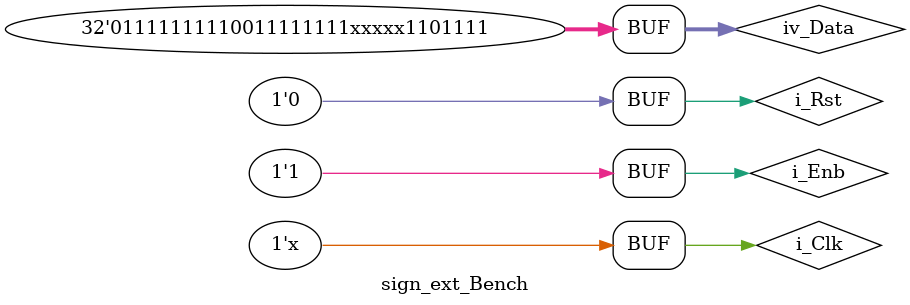
<source format=v>
module sign_ext_Bench
#(parameter Type_U = 7'b011_0111,
  parameter Type_J = 7'b110_1111,
  parameter Type_B = 7'b110_0011,
  parameter Type_Ijalr = 7'b110_0111,
  parameter Type_I_l = 7'b000_0011,
  parameter Type_S = 7'b010_0011,
  parameter Type_I = 7'b001_0011
) 
();

	reg i_Clk;
	reg i_Rst;
	reg i_Enb;
	reg [31:0] iv_Data;
	wire [31:0] ov_Data;

sign_ext sign_ext
(
	.i_Clk(i_Clk),
	.i_Rst(i_Rst),
	.i_Enb(i_Enb),
	.iv_Data(iv_Data),
	.ov_Data(ov_Data)
);

initial
begin
	i_Clk = 0;
	i_Rst = 1;
	i_Enb = 1;
	iv_Data = 0;
	#100;
	i_Rst = 0;
// ------------------------------ Tipo I -------------------------------------------------------------

	iv_Data = {12'b1111_1111_1100, 13'bx_xxxx_xxxx_xxxx,Type_Ijalr};
	#500;
	iv_Data = {12'b0111_1111_1100, 13'bx_xxxx_xxxx_xxxx,Type_Ijalr};
	#500;
	iv_Data = {12'b1111_1111_1100, 13'bx_xxxx_xxxx_xxxx,Type_I_l};
	#500;
	iv_Data = {12'b0111_1111_1100, 13'bx_xxxx_xxxx_xxxx,Type_I_l};
	#500;
	iv_Data = {12'b1111_1111_1100, 13'bx_xxxx_xxxx_xxxx,Type_I};
	#500;
	iv_Data = {12'b0111_1111_1100, 13'bx_xxxx_xxxx_xxxx,Type_I};
	#500;
	
// ------------------------------ Tipo I -------------------------------------------------------------
	iv_Data = {7'b111_1111,13'bx_xxxx_xxxx_xxxx,5'b1_0000,Type_S};
	#500;
	iv_Data = {7'b011_1111,13'bx_xxxx_xxxx_xxxx,5'b1_0000,Type_S};
	#500;
	
	iv_Data = {1'b1,6'b11_1111,13'bx_xxxx_xxxx_xxxx,4'b1110,1'b1,Type_B};
	#500;
	iv_Data = {1'b0,6'b11_1111,13'bx_xxxx_xxxx_xxxx,4'b1110,1'b1,Type_B};
	#500;
	
	iv_Data = {20'b1111_1111_1111_1111_1100,5'bx_xxxx,Type_U};
	#500;
	iv_Data = {20'b0111_1111_1111_1111_1100,5'bx_xxxx,Type_U};
	#500;	
	
	iv_Data = {1'b1,10'b11_1111_1110,1'b0,8'b1111_1111,5'bx_xxxx,Type_J};
	#500;
	iv_Data = {1'b0,10'b11_1111_1110,1'b0,8'b1111_1111,5'bx_xxxx,Type_J};
	#500;
	
end

always
begin
 i_Clk = ~i_Clk;
 #20;
end



endmodule 
</source>
